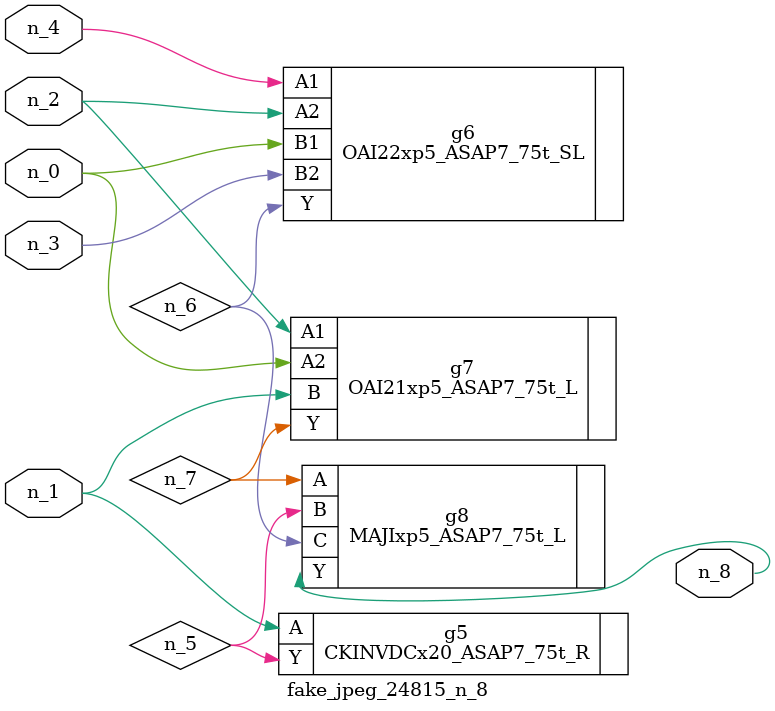
<source format=v>
module fake_jpeg_24815_n_8 (n_3, n_2, n_1, n_0, n_4, n_8);

input n_3;
input n_2;
input n_1;
input n_0;
input n_4;

output n_8;

wire n_6;
wire n_5;
wire n_7;

CKINVDCx20_ASAP7_75t_R g5 ( 
.A(n_1),
.Y(n_5)
);

OAI22xp5_ASAP7_75t_SL g6 ( 
.A1(n_4),
.A2(n_2),
.B1(n_0),
.B2(n_3),
.Y(n_6)
);

OAI21xp5_ASAP7_75t_L g7 ( 
.A1(n_2),
.A2(n_0),
.B(n_1),
.Y(n_7)
);

MAJIxp5_ASAP7_75t_L g8 ( 
.A(n_7),
.B(n_5),
.C(n_6),
.Y(n_8)
);


endmodule
</source>
